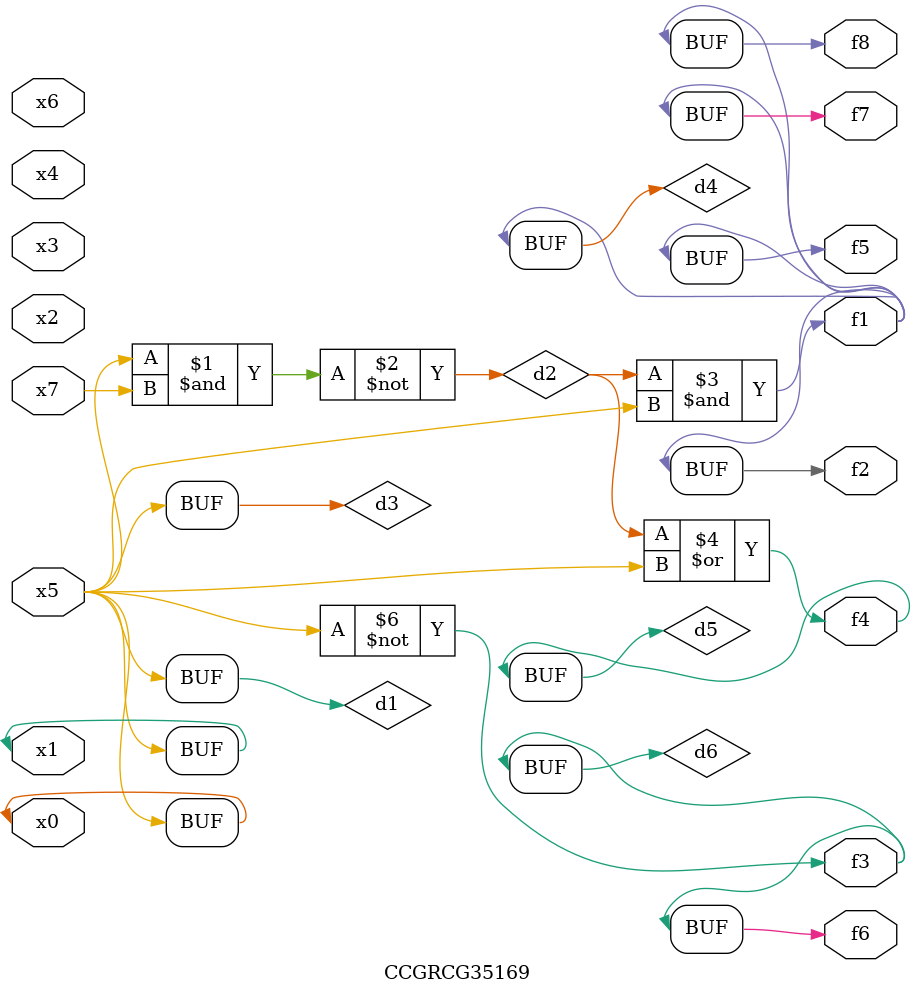
<source format=v>
module CCGRCG35169(
	input x0, x1, x2, x3, x4, x5, x6, x7,
	output f1, f2, f3, f4, f5, f6, f7, f8
);

	wire d1, d2, d3, d4, d5, d6;

	buf (d1, x0, x5);
	nand (d2, x5, x7);
	buf (d3, x0, x1);
	and (d4, d2, d3);
	or (d5, d2, d3);
	nor (d6, d1, d3);
	assign f1 = d4;
	assign f2 = d4;
	assign f3 = d6;
	assign f4 = d5;
	assign f5 = d4;
	assign f6 = d6;
	assign f7 = d4;
	assign f8 = d4;
endmodule

</source>
